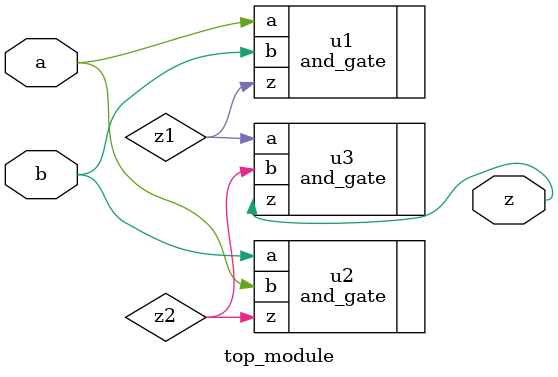
<source format=sv>
module top_module(
	input a,
	input b,
	output z);

	// Instantiate gates and connections
	and_gate u1 (.a(a), .b(b), .z(z1));
	and_gate u2 (.a(b), .b(a), .z(z2));
	and_gate u3 (.a(z1), .b(z2), .z(z));

endmodule

</source>
